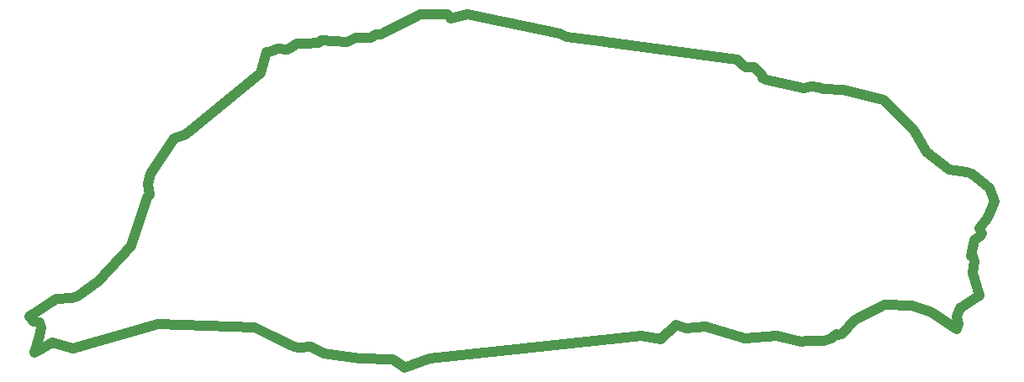
<source format=gbp>
G75*
%MOIN*%
%OFA0B0*%
%FSLAX25Y25*%
%IPPOS*%
%LPD*%
%AMOC8*
5,1,8,0,0,1.08239X$1,22.5*
%
%ADD10C,0.03937*%
D10*
X0008771Y0034515D02*
X0012395Y0036356D01*
X0015808Y0038479D01*
X0024233Y0036008D01*
X0057872Y0045942D01*
X0096039Y0044369D01*
X0102228Y0041358D01*
X0111939Y0036882D01*
X0113708Y0036619D01*
X0118598Y0036712D01*
X0123467Y0034261D01*
X0137856Y0032202D01*
X0150764Y0031709D01*
X0154718Y0029078D01*
X0155374Y0028375D01*
X0165572Y0031988D01*
X0249621Y0041106D01*
X0256961Y0039781D01*
X0263107Y0045413D01*
X0266976Y0044210D01*
X0274740Y0044884D01*
X0290606Y0039964D01*
X0303067Y0041028D01*
X0312641Y0038948D01*
X0312727Y0038873D01*
X0314885Y0039146D01*
X0321861Y0039222D01*
X0324928Y0040062D01*
X0325434Y0040653D01*
X0326727Y0041670D01*
X0326816Y0041423D01*
X0328650Y0041907D01*
X0334188Y0047312D01*
X0345873Y0053438D01*
X0356817Y0053095D01*
X0364536Y0050442D01*
X0374524Y0043791D01*
X0375053Y0045778D01*
X0374453Y0048832D01*
X0375660Y0052207D01*
X0383539Y0056997D01*
X0380720Y0066120D01*
X0381549Y0070766D01*
X0380875Y0072851D01*
X0379966Y0072669D01*
X0381604Y0079242D01*
X0383858Y0080773D01*
X0384381Y0081953D01*
X0383416Y0083909D01*
X0386748Y0088278D01*
X0389604Y0094445D01*
X0387502Y0099819D01*
X0380446Y0105537D01*
X0378569Y0106249D01*
X0371360Y0107004D01*
X0362601Y0114024D01*
X0357615Y0122753D01*
X0345403Y0134756D01*
X0329386Y0138745D01*
X0321403Y0139159D01*
X0319932Y0139754D01*
X0316855Y0140261D01*
X0313816Y0139426D01*
X0298738Y0142801D01*
X0297589Y0143605D01*
X0297283Y0144690D01*
X0294231Y0147799D01*
X0290741Y0147881D01*
X0289356Y0148861D01*
X0287404Y0150934D01*
X0234996Y0157775D01*
X0233808Y0158022D01*
X0233356Y0158114D01*
X0233111Y0158155D01*
X0219625Y0159863D01*
X0217100Y0161211D01*
X0180388Y0168653D01*
X0173902Y0167110D01*
X0173800Y0167465D01*
X0172369Y0168838D01*
X0161872Y0168833D01*
X0146164Y0160869D01*
X0144207Y0160760D01*
X0142243Y0159516D01*
X0142114Y0159493D01*
X0140845Y0159522D01*
X0139613Y0159608D01*
X0136073Y0159324D01*
X0132653Y0157929D01*
X0122497Y0158481D01*
X0121550Y0157432D01*
X0121042Y0157535D01*
X0116351Y0157047D01*
X0112905Y0157205D01*
X0111724Y0156454D01*
X0110748Y0155651D01*
X0109904Y0154996D01*
X0109901Y0154998D01*
X0109233Y0154928D01*
X0105124Y0155142D01*
X0102678Y0154062D01*
X0100895Y0153682D01*
X0098510Y0145476D01*
X0068930Y0121202D01*
X0064241Y0119516D01*
X0054807Y0105464D01*
X0053750Y0101595D01*
X0054562Y0097178D01*
X0053395Y0095981D01*
X0047110Y0076876D01*
X0034112Y0062660D01*
X0025812Y0056845D01*
X0023608Y0056254D01*
X0017317Y0055950D01*
X0006765Y0048892D01*
X0008422Y0046661D01*
X0010658Y0046355D01*
X0011316Y0044610D01*
X0010956Y0041106D01*
X0008771Y0034515D01*
M02*

</source>
